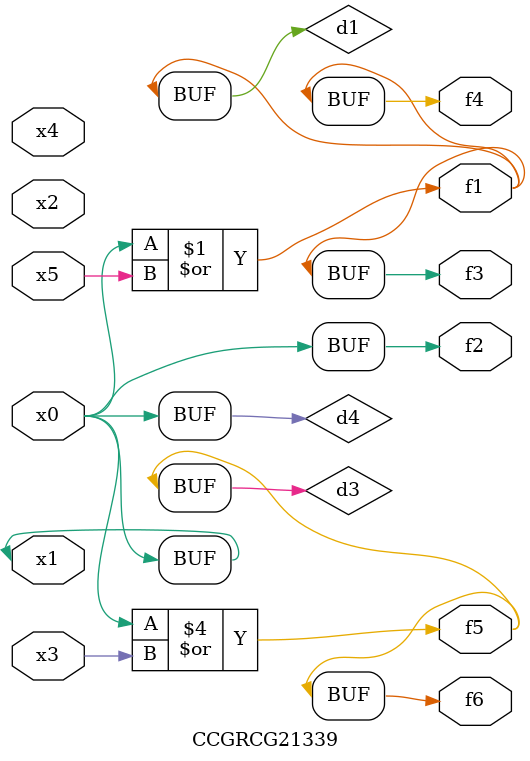
<source format=v>
module CCGRCG21339(
	input x0, x1, x2, x3, x4, x5,
	output f1, f2, f3, f4, f5, f6
);

	wire d1, d2, d3, d4;

	or (d1, x0, x5);
	xnor (d2, x1, x4);
	or (d3, x0, x3);
	buf (d4, x0, x1);
	assign f1 = d1;
	assign f2 = d4;
	assign f3 = d1;
	assign f4 = d1;
	assign f5 = d3;
	assign f6 = d3;
endmodule

</source>
